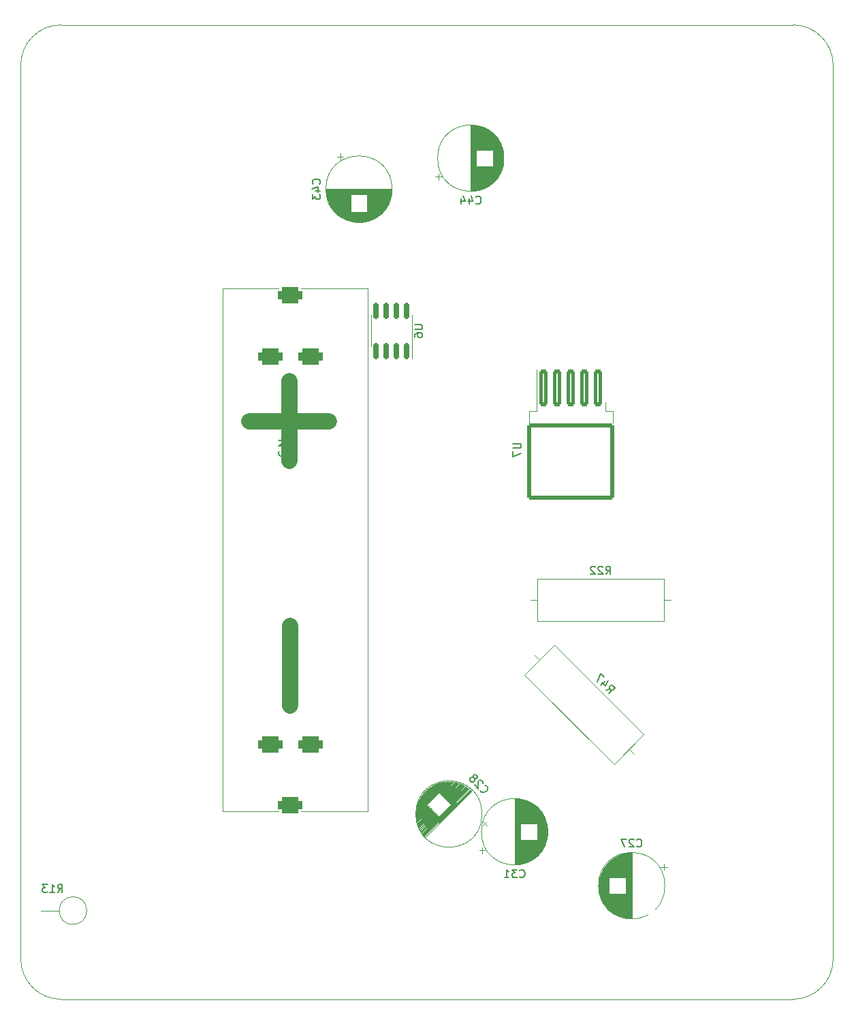
<source format=gbr>
%TF.GenerationSoftware,KiCad,Pcbnew,7.0.8*%
%TF.CreationDate,2023-10-31T22:13:39+02:00*%
%TF.ProjectId,Small_load_V1,536d616c-6c5f-46c6-9f61-645f56312e6b,rev?*%
%TF.SameCoordinates,Original*%
%TF.FileFunction,Legend,Bot*%
%TF.FilePolarity,Positive*%
%FSLAX46Y46*%
G04 Gerber Fmt 4.6, Leading zero omitted, Abs format (unit mm)*
G04 Created by KiCad (PCBNEW 7.0.8) date 2023-10-31 22:13:39*
%MOMM*%
%LPD*%
G01*
G04 APERTURE LIST*
G04 Aperture macros list*
%AMRoundRect*
0 Rectangle with rounded corners*
0 $1 Rounding radius*
0 $2 $3 $4 $5 $6 $7 $8 $9 X,Y pos of 4 corners*
0 Add a 4 corners polygon primitive as box body*
4,1,4,$2,$3,$4,$5,$6,$7,$8,$9,$2,$3,0*
0 Add four circle primitives for the rounded corners*
1,1,$1+$1,$2,$3*
1,1,$1+$1,$4,$5*
1,1,$1+$1,$6,$7*
1,1,$1+$1,$8,$9*
0 Add four rect primitives between the rounded corners*
20,1,$1+$1,$2,$3,$4,$5,0*
20,1,$1+$1,$4,$5,$6,$7,0*
20,1,$1+$1,$6,$7,$8,$9,0*
20,1,$1+$1,$8,$9,$2,$3,0*%
%AMHorizOval*
0 Thick line with rounded ends*
0 $1 width*
0 $2 $3 position (X,Y) of the first rounded end (center of the circle)*
0 $4 $5 position (X,Y) of the second rounded end (center of the circle)*
0 Add line between two ends*
20,1,$1,$2,$3,$4,$5,0*
0 Add two circle primitives to create the rounded ends*
1,1,$1,$2,$3*
1,1,$1,$4,$5*%
%AMRotRect*
0 Rectangle, with rotation*
0 The origin of the aperture is its center*
0 $1 length*
0 $2 width*
0 $3 Rotation angle, in degrees counterclockwise*
0 Add horizontal line*
21,1,$1,$2,0,0,$3*%
G04 Aperture macros list end*
%ADD10C,0.150000*%
%ADD11C,2.000000*%
%ADD12C,0.120000*%
%ADD13R,4.400000X1.800000*%
%ADD14O,4.000000X1.800000*%
%ADD15O,1.800000X4.000000*%
%ADD16R,1.524000X1.524000*%
%ADD17C,1.524000*%
%ADD18C,3.500000*%
%ADD19R,1.700000X1.700000*%
%ADD20O,1.700000X1.700000*%
%ADD21C,3.600000*%
%ADD22C,6.400000*%
%ADD23R,1.980000X3.960000*%
%ADD24O,1.980000X3.960000*%
%ADD25C,2.000000*%
%ADD26C,4.920000*%
%ADD27C,2.200000*%
%ADD28R,2.000000X1.905000*%
%ADD29O,2.000000X1.905000*%
%ADD30C,5.000000*%
%ADD31R,4.500000X2.500000*%
%ADD32O,4.500000X2.500000*%
%ADD33R,1.905000X2.000000*%
%ADD34O,1.905000X2.000000*%
%ADD35R,3.500000X3.000000*%
%ADD36C,0.600000*%
%ADD37O,1.900000X0.800000*%
%ADD38RoundRect,0.150000X0.150000X-0.825000X0.150000X0.825000X-0.150000X0.825000X-0.150000X-0.825000X0*%
%ADD39RoundRect,0.500000X1.000000X0.500000X-1.000000X0.500000X-1.000000X-0.500000X1.000000X-0.500000X0*%
%ADD40RoundRect,0.500000X-1.000000X-0.500000X1.000000X-0.500000X1.000000X0.500000X-1.000000X0.500000X0*%
%ADD41C,2.400000*%
%ADD42HorizOval,2.400000X0.000000X0.000000X0.000000X0.000000X0*%
%ADD43C,1.600000*%
%ADD44O,1.600000X1.600000*%
%ADD45RoundRect,0.250000X-0.300000X2.050000X-0.300000X-2.050000X0.300000X-2.050000X0.300000X2.050000X0*%
%ADD46RoundRect,0.250002X-5.149998X4.449998X-5.149998X-4.449998X5.149998X-4.449998X5.149998X4.449998X0*%
%ADD47RotRect,1.600000X1.600000X135.000000*%
%ADD48O,2.400000X2.400000*%
%ADD49R,1.600000X1.600000*%
%TA.AperFunction,Profile*%
%ADD50C,0.100000*%
%TD*%
G04 APERTURE END LIST*
D10*
X98954819Y-87238095D02*
X99764342Y-87238095D01*
X99764342Y-87238095D02*
X99859580Y-87285714D01*
X99859580Y-87285714D02*
X99907200Y-87333333D01*
X99907200Y-87333333D02*
X99954819Y-87428571D01*
X99954819Y-87428571D02*
X99954819Y-87619047D01*
X99954819Y-87619047D02*
X99907200Y-87714285D01*
X99907200Y-87714285D02*
X99859580Y-87761904D01*
X99859580Y-87761904D02*
X99764342Y-87809523D01*
X99764342Y-87809523D02*
X98954819Y-87809523D01*
X98954819Y-88714285D02*
X98954819Y-88523809D01*
X98954819Y-88523809D02*
X99002438Y-88428571D01*
X99002438Y-88428571D02*
X99050057Y-88380952D01*
X99050057Y-88380952D02*
X99192914Y-88285714D01*
X99192914Y-88285714D02*
X99383390Y-88238095D01*
X99383390Y-88238095D02*
X99764342Y-88238095D01*
X99764342Y-88238095D02*
X99859580Y-88285714D01*
X99859580Y-88285714D02*
X99907200Y-88333333D01*
X99907200Y-88333333D02*
X99954819Y-88428571D01*
X99954819Y-88428571D02*
X99954819Y-88619047D01*
X99954819Y-88619047D02*
X99907200Y-88714285D01*
X99907200Y-88714285D02*
X99859580Y-88761904D01*
X99859580Y-88761904D02*
X99764342Y-88809523D01*
X99764342Y-88809523D02*
X99526247Y-88809523D01*
X99526247Y-88809523D02*
X99431009Y-88761904D01*
X99431009Y-88761904D02*
X99383390Y-88714285D01*
X99383390Y-88714285D02*
X99335771Y-88619047D01*
X99335771Y-88619047D02*
X99335771Y-88428571D01*
X99335771Y-88428571D02*
X99383390Y-88333333D01*
X99383390Y-88333333D02*
X99431009Y-88285714D01*
X99431009Y-88285714D02*
X99526247Y-88238095D01*
X82073819Y-101566476D02*
X82788104Y-101566476D01*
X82788104Y-101566476D02*
X82930961Y-101518857D01*
X82930961Y-101518857D02*
X83026200Y-101423619D01*
X83026200Y-101423619D02*
X83073819Y-101280762D01*
X83073819Y-101280762D02*
X83073819Y-101185524D01*
X83073819Y-102566476D02*
X83073819Y-101995048D01*
X83073819Y-102280762D02*
X82073819Y-102280762D01*
X82073819Y-102280762D02*
X82216676Y-102185524D01*
X82216676Y-102185524D02*
X82311914Y-102090286D01*
X82311914Y-102090286D02*
X82359533Y-101995048D01*
X82169057Y-102947429D02*
X82121438Y-102995048D01*
X82121438Y-102995048D02*
X82073819Y-103090286D01*
X82073819Y-103090286D02*
X82073819Y-103328381D01*
X82073819Y-103328381D02*
X82121438Y-103423619D01*
X82121438Y-103423619D02*
X82169057Y-103471238D01*
X82169057Y-103471238D02*
X82264295Y-103518857D01*
X82264295Y-103518857D02*
X82359533Y-103518857D01*
X82359533Y-103518857D02*
X82502390Y-103471238D01*
X82502390Y-103471238D02*
X83073819Y-102899810D01*
X83073819Y-102899810D02*
X83073819Y-103518857D01*
D11*
X83528666Y-124601619D02*
X83528666Y-134506381D01*
X83401666Y-94248619D02*
X83401666Y-104153381D01*
X88354047Y-99201000D02*
X78449285Y-99201000D01*
D10*
X122742690Y-132616448D02*
X123315109Y-132515433D01*
X123146751Y-133020509D02*
X123853857Y-132313402D01*
X123853857Y-132313402D02*
X123584483Y-132044028D01*
X123584483Y-132044028D02*
X123483468Y-132010356D01*
X123483468Y-132010356D02*
X123416125Y-132010356D01*
X123416125Y-132010356D02*
X123315109Y-132044028D01*
X123315109Y-132044028D02*
X123214094Y-132145043D01*
X123214094Y-132145043D02*
X123180422Y-132246059D01*
X123180422Y-132246059D02*
X123180422Y-132313402D01*
X123180422Y-132313402D02*
X123214094Y-132414417D01*
X123214094Y-132414417D02*
X123483468Y-132683791D01*
X122608003Y-131538952D02*
X122136598Y-132010356D01*
X123045735Y-131437937D02*
X122709018Y-132111372D01*
X122709018Y-132111372D02*
X122271285Y-131673639D01*
X122540659Y-131000204D02*
X122069254Y-130528799D01*
X122069254Y-130528799D02*
X121665193Y-131538952D01*
X54592857Y-157734819D02*
X54926190Y-157258628D01*
X55164285Y-157734819D02*
X55164285Y-156734819D01*
X55164285Y-156734819D02*
X54783333Y-156734819D01*
X54783333Y-156734819D02*
X54688095Y-156782438D01*
X54688095Y-156782438D02*
X54640476Y-156830057D01*
X54640476Y-156830057D02*
X54592857Y-156925295D01*
X54592857Y-156925295D02*
X54592857Y-157068152D01*
X54592857Y-157068152D02*
X54640476Y-157163390D01*
X54640476Y-157163390D02*
X54688095Y-157211009D01*
X54688095Y-157211009D02*
X54783333Y-157258628D01*
X54783333Y-157258628D02*
X55164285Y-157258628D01*
X53640476Y-157734819D02*
X54211904Y-157734819D01*
X53926190Y-157734819D02*
X53926190Y-156734819D01*
X53926190Y-156734819D02*
X54021428Y-156877676D01*
X54021428Y-156877676D02*
X54116666Y-156972914D01*
X54116666Y-156972914D02*
X54211904Y-157020533D01*
X53307142Y-156734819D02*
X52688095Y-156734819D01*
X52688095Y-156734819D02*
X53021428Y-157115771D01*
X53021428Y-157115771D02*
X52878571Y-157115771D01*
X52878571Y-157115771D02*
X52783333Y-157163390D01*
X52783333Y-157163390D02*
X52735714Y-157211009D01*
X52735714Y-157211009D02*
X52688095Y-157306247D01*
X52688095Y-157306247D02*
X52688095Y-157544342D01*
X52688095Y-157544342D02*
X52735714Y-157639580D01*
X52735714Y-157639580D02*
X52783333Y-157687200D01*
X52783333Y-157687200D02*
X52878571Y-157734819D01*
X52878571Y-157734819D02*
X53164285Y-157734819D01*
X53164285Y-157734819D02*
X53259523Y-157687200D01*
X53259523Y-157687200D02*
X53307142Y-157639580D01*
X111204819Y-101988095D02*
X112014342Y-101988095D01*
X112014342Y-101988095D02*
X112109580Y-102035714D01*
X112109580Y-102035714D02*
X112157200Y-102083333D01*
X112157200Y-102083333D02*
X112204819Y-102178571D01*
X112204819Y-102178571D02*
X112204819Y-102369047D01*
X112204819Y-102369047D02*
X112157200Y-102464285D01*
X112157200Y-102464285D02*
X112109580Y-102511904D01*
X112109580Y-102511904D02*
X112014342Y-102559523D01*
X112014342Y-102559523D02*
X111204819Y-102559523D01*
X111204819Y-102940476D02*
X111204819Y-103607142D01*
X111204819Y-103607142D02*
X112204819Y-103178571D01*
X107142577Y-144996520D02*
X107142577Y-145063864D01*
X107142577Y-145063864D02*
X107209921Y-145198551D01*
X107209921Y-145198551D02*
X107277264Y-145265894D01*
X107277264Y-145265894D02*
X107411951Y-145333238D01*
X107411951Y-145333238D02*
X107546638Y-145333238D01*
X107546638Y-145333238D02*
X107647653Y-145299566D01*
X107647653Y-145299566D02*
X107816012Y-145198551D01*
X107816012Y-145198551D02*
X107917027Y-145097536D01*
X107917027Y-145097536D02*
X108018043Y-144929177D01*
X108018043Y-144929177D02*
X108051714Y-144828162D01*
X108051714Y-144828162D02*
X108051714Y-144693475D01*
X108051714Y-144693475D02*
X107984371Y-144558788D01*
X107984371Y-144558788D02*
X107917027Y-144491444D01*
X107917027Y-144491444D02*
X107782340Y-144424101D01*
X107782340Y-144424101D02*
X107714997Y-144424101D01*
X107445623Y-144154727D02*
X107445623Y-144087383D01*
X107445623Y-144087383D02*
X107411951Y-143986368D01*
X107411951Y-143986368D02*
X107243592Y-143818009D01*
X107243592Y-143818009D02*
X107142577Y-143784337D01*
X107142577Y-143784337D02*
X107075234Y-143784337D01*
X107075234Y-143784337D02*
X106974218Y-143818009D01*
X106974218Y-143818009D02*
X106906875Y-143885353D01*
X106906875Y-143885353D02*
X106839531Y-144020040D01*
X106839531Y-144020040D02*
X106839531Y-144828162D01*
X106839531Y-144828162D02*
X106401799Y-144390429D01*
X106401798Y-143582307D02*
X106502814Y-143615978D01*
X106502814Y-143615978D02*
X106570157Y-143615978D01*
X106570157Y-143615978D02*
X106671172Y-143582307D01*
X106671172Y-143582307D02*
X106704844Y-143548635D01*
X106704844Y-143548635D02*
X106738516Y-143447620D01*
X106738516Y-143447620D02*
X106738516Y-143380276D01*
X106738516Y-143380276D02*
X106704844Y-143279261D01*
X106704844Y-143279261D02*
X106570157Y-143144574D01*
X106570157Y-143144574D02*
X106469142Y-143110902D01*
X106469142Y-143110902D02*
X106401798Y-143110902D01*
X106401798Y-143110902D02*
X106300783Y-143144574D01*
X106300783Y-143144574D02*
X106267111Y-143178246D01*
X106267111Y-143178246D02*
X106233440Y-143279261D01*
X106233440Y-143279261D02*
X106233440Y-143346604D01*
X106233440Y-143346604D02*
X106267111Y-143447620D01*
X106267111Y-143447620D02*
X106401798Y-143582307D01*
X106401798Y-143582307D02*
X106435470Y-143683322D01*
X106435470Y-143683322D02*
X106435470Y-143750665D01*
X106435470Y-143750665D02*
X106401798Y-143851681D01*
X106401798Y-143851681D02*
X106267111Y-143986368D01*
X106267111Y-143986368D02*
X106166096Y-144020039D01*
X106166096Y-144020039D02*
X106098753Y-144020039D01*
X106098753Y-144020039D02*
X105997737Y-143986368D01*
X105997737Y-143986368D02*
X105863050Y-143851681D01*
X105863050Y-143851681D02*
X105829379Y-143750665D01*
X105829379Y-143750665D02*
X105829379Y-143683322D01*
X105829379Y-143683322D02*
X105863050Y-143582307D01*
X105863050Y-143582307D02*
X105997737Y-143447620D01*
X105997737Y-143447620D02*
X106098753Y-143413948D01*
X106098753Y-143413948D02*
X106166096Y-143413948D01*
X106166096Y-143413948D02*
X106267111Y-143447620D01*
X122742857Y-118234819D02*
X123076190Y-117758628D01*
X123314285Y-118234819D02*
X123314285Y-117234819D01*
X123314285Y-117234819D02*
X122933333Y-117234819D01*
X122933333Y-117234819D02*
X122838095Y-117282438D01*
X122838095Y-117282438D02*
X122790476Y-117330057D01*
X122790476Y-117330057D02*
X122742857Y-117425295D01*
X122742857Y-117425295D02*
X122742857Y-117568152D01*
X122742857Y-117568152D02*
X122790476Y-117663390D01*
X122790476Y-117663390D02*
X122838095Y-117711009D01*
X122838095Y-117711009D02*
X122933333Y-117758628D01*
X122933333Y-117758628D02*
X123314285Y-117758628D01*
X122361904Y-117330057D02*
X122314285Y-117282438D01*
X122314285Y-117282438D02*
X122219047Y-117234819D01*
X122219047Y-117234819D02*
X121980952Y-117234819D01*
X121980952Y-117234819D02*
X121885714Y-117282438D01*
X121885714Y-117282438D02*
X121838095Y-117330057D01*
X121838095Y-117330057D02*
X121790476Y-117425295D01*
X121790476Y-117425295D02*
X121790476Y-117520533D01*
X121790476Y-117520533D02*
X121838095Y-117663390D01*
X121838095Y-117663390D02*
X122409523Y-118234819D01*
X122409523Y-118234819D02*
X121790476Y-118234819D01*
X121409523Y-117330057D02*
X121361904Y-117282438D01*
X121361904Y-117282438D02*
X121266666Y-117234819D01*
X121266666Y-117234819D02*
X121028571Y-117234819D01*
X121028571Y-117234819D02*
X120933333Y-117282438D01*
X120933333Y-117282438D02*
X120885714Y-117330057D01*
X120885714Y-117330057D02*
X120838095Y-117425295D01*
X120838095Y-117425295D02*
X120838095Y-117520533D01*
X120838095Y-117520533D02*
X120885714Y-117663390D01*
X120885714Y-117663390D02*
X121457142Y-118234819D01*
X121457142Y-118234819D02*
X120838095Y-118234819D01*
X126595508Y-152009580D02*
X126643127Y-152057200D01*
X126643127Y-152057200D02*
X126785984Y-152104819D01*
X126785984Y-152104819D02*
X126881222Y-152104819D01*
X126881222Y-152104819D02*
X127024079Y-152057200D01*
X127024079Y-152057200D02*
X127119317Y-151961961D01*
X127119317Y-151961961D02*
X127166936Y-151866723D01*
X127166936Y-151866723D02*
X127214555Y-151676247D01*
X127214555Y-151676247D02*
X127214555Y-151533390D01*
X127214555Y-151533390D02*
X127166936Y-151342914D01*
X127166936Y-151342914D02*
X127119317Y-151247676D01*
X127119317Y-151247676D02*
X127024079Y-151152438D01*
X127024079Y-151152438D02*
X126881222Y-151104819D01*
X126881222Y-151104819D02*
X126785984Y-151104819D01*
X126785984Y-151104819D02*
X126643127Y-151152438D01*
X126643127Y-151152438D02*
X126595508Y-151200057D01*
X126214555Y-151200057D02*
X126166936Y-151152438D01*
X126166936Y-151152438D02*
X126071698Y-151104819D01*
X126071698Y-151104819D02*
X125833603Y-151104819D01*
X125833603Y-151104819D02*
X125738365Y-151152438D01*
X125738365Y-151152438D02*
X125690746Y-151200057D01*
X125690746Y-151200057D02*
X125643127Y-151295295D01*
X125643127Y-151295295D02*
X125643127Y-151390533D01*
X125643127Y-151390533D02*
X125690746Y-151533390D01*
X125690746Y-151533390D02*
X126262174Y-152104819D01*
X126262174Y-152104819D02*
X125643127Y-152104819D01*
X125309793Y-151104819D02*
X124643127Y-151104819D01*
X124643127Y-151104819D02*
X125071698Y-152104819D01*
X112040206Y-155809580D02*
X112087825Y-155857200D01*
X112087825Y-155857200D02*
X112230682Y-155904819D01*
X112230682Y-155904819D02*
X112325920Y-155904819D01*
X112325920Y-155904819D02*
X112468777Y-155857200D01*
X112468777Y-155857200D02*
X112564015Y-155761961D01*
X112564015Y-155761961D02*
X112611634Y-155666723D01*
X112611634Y-155666723D02*
X112659253Y-155476247D01*
X112659253Y-155476247D02*
X112659253Y-155333390D01*
X112659253Y-155333390D02*
X112611634Y-155142914D01*
X112611634Y-155142914D02*
X112564015Y-155047676D01*
X112564015Y-155047676D02*
X112468777Y-154952438D01*
X112468777Y-154952438D02*
X112325920Y-154904819D01*
X112325920Y-154904819D02*
X112230682Y-154904819D01*
X112230682Y-154904819D02*
X112087825Y-154952438D01*
X112087825Y-154952438D02*
X112040206Y-155000057D01*
X111706872Y-154904819D02*
X111087825Y-154904819D01*
X111087825Y-154904819D02*
X111421158Y-155285771D01*
X111421158Y-155285771D02*
X111278301Y-155285771D01*
X111278301Y-155285771D02*
X111183063Y-155333390D01*
X111183063Y-155333390D02*
X111135444Y-155381009D01*
X111135444Y-155381009D02*
X111087825Y-155476247D01*
X111087825Y-155476247D02*
X111087825Y-155714342D01*
X111087825Y-155714342D02*
X111135444Y-155809580D01*
X111135444Y-155809580D02*
X111183063Y-155857200D01*
X111183063Y-155857200D02*
X111278301Y-155904819D01*
X111278301Y-155904819D02*
X111564015Y-155904819D01*
X111564015Y-155904819D02*
X111659253Y-155857200D01*
X111659253Y-155857200D02*
X111706872Y-155809580D01*
X110135444Y-155904819D02*
X110706872Y-155904819D01*
X110421158Y-155904819D02*
X110421158Y-154904819D01*
X110421158Y-154904819D02*
X110516396Y-155047676D01*
X110516396Y-155047676D02*
X110611634Y-155142914D01*
X110611634Y-155142914D02*
X110706872Y-155190533D01*
X106590206Y-72159580D02*
X106637825Y-72207200D01*
X106637825Y-72207200D02*
X106780682Y-72254819D01*
X106780682Y-72254819D02*
X106875920Y-72254819D01*
X106875920Y-72254819D02*
X107018777Y-72207200D01*
X107018777Y-72207200D02*
X107114015Y-72111961D01*
X107114015Y-72111961D02*
X107161634Y-72016723D01*
X107161634Y-72016723D02*
X107209253Y-71826247D01*
X107209253Y-71826247D02*
X107209253Y-71683390D01*
X107209253Y-71683390D02*
X107161634Y-71492914D01*
X107161634Y-71492914D02*
X107114015Y-71397676D01*
X107114015Y-71397676D02*
X107018777Y-71302438D01*
X107018777Y-71302438D02*
X106875920Y-71254819D01*
X106875920Y-71254819D02*
X106780682Y-71254819D01*
X106780682Y-71254819D02*
X106637825Y-71302438D01*
X106637825Y-71302438D02*
X106590206Y-71350057D01*
X105733063Y-71588152D02*
X105733063Y-72254819D01*
X105971158Y-71207200D02*
X106209253Y-71921485D01*
X106209253Y-71921485D02*
X105590206Y-71921485D01*
X104780682Y-71588152D02*
X104780682Y-72254819D01*
X105018777Y-71207200D02*
X105256872Y-71921485D01*
X105256872Y-71921485D02*
X104637825Y-71921485D01*
X87159580Y-69754491D02*
X87207200Y-69706872D01*
X87207200Y-69706872D02*
X87254819Y-69564015D01*
X87254819Y-69564015D02*
X87254819Y-69468777D01*
X87254819Y-69468777D02*
X87207200Y-69325920D01*
X87207200Y-69325920D02*
X87111961Y-69230682D01*
X87111961Y-69230682D02*
X87016723Y-69183063D01*
X87016723Y-69183063D02*
X86826247Y-69135444D01*
X86826247Y-69135444D02*
X86683390Y-69135444D01*
X86683390Y-69135444D02*
X86492914Y-69183063D01*
X86492914Y-69183063D02*
X86397676Y-69230682D01*
X86397676Y-69230682D02*
X86302438Y-69325920D01*
X86302438Y-69325920D02*
X86254819Y-69468777D01*
X86254819Y-69468777D02*
X86254819Y-69564015D01*
X86254819Y-69564015D02*
X86302438Y-69706872D01*
X86302438Y-69706872D02*
X86350057Y-69754491D01*
X86588152Y-70611634D02*
X87254819Y-70611634D01*
X86207200Y-70373539D02*
X86921485Y-70135444D01*
X86921485Y-70135444D02*
X86921485Y-70754491D01*
X86254819Y-71040206D02*
X86254819Y-71659253D01*
X86254819Y-71659253D02*
X86635771Y-71325920D01*
X86635771Y-71325920D02*
X86635771Y-71468777D01*
X86635771Y-71468777D02*
X86683390Y-71564015D01*
X86683390Y-71564015D02*
X86731009Y-71611634D01*
X86731009Y-71611634D02*
X86826247Y-71659253D01*
X86826247Y-71659253D02*
X87064342Y-71659253D01*
X87064342Y-71659253D02*
X87159580Y-71611634D01*
X87159580Y-71611634D02*
X87207200Y-71564015D01*
X87207200Y-71564015D02*
X87254819Y-71468777D01*
X87254819Y-71468777D02*
X87254819Y-71183063D01*
X87254819Y-71183063D02*
X87207200Y-71087825D01*
X87207200Y-71087825D02*
X87159580Y-71040206D01*
D12*
%TO.C,U6*%
X93540000Y-88000000D02*
X93540000Y-89950000D01*
X93540000Y-88000000D02*
X93540000Y-86050000D01*
X98660000Y-88000000D02*
X98660000Y-91450000D01*
X98660000Y-88000000D02*
X98660000Y-86050000D01*
%TO.C,J12*%
X75112000Y-82703000D02*
X93112000Y-82703000D01*
X93112000Y-82703000D02*
X93112000Y-147703000D01*
X93112000Y-147703000D02*
X75112000Y-147703000D01*
X75112000Y-147703000D02*
X75112000Y-82703000D01*
%TO.C,R47*%
X126215971Y-140565971D02*
X125614930Y-139964930D01*
X123762311Y-141817550D02*
X112632450Y-130687690D01*
X127467550Y-138112311D02*
X123762311Y-141817550D01*
X112632450Y-130687690D02*
X116337690Y-126982450D01*
X116337690Y-126982450D02*
X127467550Y-138112311D01*
X113884029Y-128234029D02*
X114485070Y-128835070D01*
%TO.C,R13*%
X54770000Y-160000000D02*
X52510000Y-160000000D01*
X58210000Y-160000000D02*
G75*
G03*
X58210000Y-160000000I-1720000J0D01*
G01*
%TO.C,U7*%
X123600000Y-97925000D02*
X122650000Y-97925000D01*
X122650000Y-97925000D02*
X122650000Y-96825000D01*
X114150000Y-97925000D02*
X114150000Y-92800000D01*
X113200000Y-97925000D02*
X114150000Y-97925000D01*
X123600000Y-99425000D02*
X123600000Y-97925000D01*
X113200000Y-99425000D02*
X113200000Y-97925000D01*
%TO.C,C28*%
X107985040Y-149481175D02*
X107419354Y-148915490D01*
X107985040Y-148915490D02*
X107419354Y-149481175D01*
X106114956Y-145115004D02*
X100344964Y-150884996D01*
X106086672Y-145086720D02*
X100316680Y-150856712D01*
X106058387Y-145058436D02*
X100288396Y-150828427D01*
X106029396Y-145030859D02*
X100260819Y-150799436D01*
X105999697Y-145003989D02*
X100233949Y-150769737D01*
X105970706Y-144976412D02*
X100206372Y-150740746D01*
X105941008Y-144949541D02*
X100179501Y-150711048D01*
X105910602Y-144923379D02*
X100153339Y-150680642D01*
X105880196Y-144897216D02*
X100127176Y-150650236D01*
X105849791Y-144871053D02*
X100101013Y-150619831D01*
X105818678Y-144845597D02*
X100075557Y-150588718D01*
X105787565Y-144820141D02*
X100050101Y-150557605D01*
X105755746Y-144795392D02*
X100025352Y-150525786D01*
X105724633Y-144769936D02*
X99999896Y-150494673D01*
X105692106Y-144745895D02*
X99975855Y-150462146D01*
X105660286Y-144721146D02*
X99951106Y-150430326D01*
X105627052Y-144697811D02*
X99927771Y-150397092D01*
X105594525Y-144673770D02*
X99903730Y-150364565D01*
X101984745Y-148225567D02*
X99879688Y-150330624D01*
X105560584Y-144649728D02*
X103455527Y-146754785D01*
X101956461Y-148197283D02*
X99856354Y-150297390D01*
X105527350Y-144626394D02*
X103427243Y-146726501D01*
X101928177Y-148168999D02*
X99833726Y-150263449D01*
X105493409Y-144603766D02*
X103398959Y-146698217D01*
X101899892Y-148140714D02*
X99811099Y-150229508D01*
X105459468Y-144581139D02*
X103370674Y-146669932D01*
X101871608Y-148112430D02*
X99789179Y-150194860D01*
X105424820Y-144559219D02*
X103342390Y-146641648D01*
X101843324Y-148084146D02*
X99767258Y-150160211D01*
X105390171Y-144537298D02*
X103314106Y-146613364D01*
X101815039Y-148055862D02*
X99745338Y-150125563D01*
X105355523Y-144515378D02*
X103285822Y-146585079D01*
X101786755Y-148027577D02*
X99724125Y-150090208D01*
X105320168Y-144494165D02*
X103257537Y-146556795D01*
X101758471Y-147999293D02*
X99702912Y-150054852D01*
X105284812Y-144472952D02*
X103229253Y-146528511D01*
X101730187Y-147971009D02*
X99682405Y-150018790D01*
X105248750Y-144452445D02*
X103200969Y-146500227D01*
X101701902Y-147942724D02*
X99661899Y-149982728D01*
X105212688Y-144431939D02*
X103172684Y-146471942D01*
X101673618Y-147914440D02*
X99641393Y-149946665D01*
X105176625Y-144411433D02*
X103144400Y-146443658D01*
X101645334Y-147886156D02*
X99621594Y-149909896D01*
X105139856Y-144391634D02*
X103116116Y-146415374D01*
X101617050Y-147857872D02*
X99602502Y-149872419D01*
X105102379Y-144372542D02*
X103087832Y-146387090D01*
X101588765Y-147829587D02*
X99582703Y-149835649D01*
X105065609Y-144352743D02*
X103059547Y-146358805D01*
X101560481Y-147801303D02*
X99564319Y-149797466D01*
X105027426Y-144334359D02*
X103031263Y-146330521D01*
X101532197Y-147773019D02*
X99545227Y-149759989D01*
X104989949Y-144315267D02*
X103002979Y-146302237D01*
X101503912Y-147744735D02*
X99527549Y-149721098D01*
X104951058Y-144297589D02*
X102974695Y-146273952D01*
X101475628Y-147716450D02*
X99509164Y-149682914D01*
X104912874Y-144279204D02*
X102946410Y-146245668D01*
X101447344Y-147688166D02*
X99492194Y-149643316D01*
X104873276Y-144262234D02*
X102918126Y-146217384D01*
X101419060Y-147659882D02*
X99474516Y-149604425D01*
X104834385Y-144244556D02*
X102889842Y-146189100D01*
X101390775Y-147631597D02*
X99457545Y-149564827D01*
X104794787Y-144227585D02*
X102861557Y-146160815D01*
X101362491Y-147603313D02*
X99441282Y-149524522D01*
X104754482Y-144211322D02*
X102833273Y-146132531D01*
X101334207Y-147575029D02*
X99425019Y-149484217D01*
X104714177Y-144195059D02*
X102804989Y-146104247D01*
X101305923Y-147546745D02*
X99409462Y-149443205D01*
X104673165Y-144179502D02*
X102776705Y-146075963D01*
X101277638Y-147518460D02*
X99393906Y-149402193D01*
X104632153Y-144163946D02*
X102748420Y-146047678D01*
X101249354Y-147490176D02*
X99378349Y-149361181D01*
X104591141Y-144148389D02*
X102720136Y-146019394D01*
X101221070Y-147461892D02*
X99364207Y-149318754D01*
X104548714Y-144134247D02*
X102691852Y-145991110D01*
X101192785Y-147433608D02*
X99349358Y-149277035D01*
X104506995Y-144119398D02*
X102663568Y-145962825D01*
X101164501Y-147405323D02*
X99335216Y-149234609D01*
X104464569Y-144105256D02*
X102635283Y-145934541D01*
X101136217Y-147377039D02*
X99321781Y-149191475D01*
X104421435Y-144091821D02*
X102606999Y-145906257D01*
X101107933Y-147348755D02*
X99309053Y-149147634D01*
X104377594Y-144079093D02*
X102578715Y-145877973D01*
X101079648Y-147320471D02*
X99296325Y-149103794D01*
X104333754Y-144066365D02*
X102550431Y-145849688D01*
X101051364Y-147292186D02*
X99283597Y-149059953D01*
X104289913Y-144053637D02*
X102522146Y-145821404D01*
X101023080Y-147263902D02*
X99271576Y-149015405D01*
X104245365Y-144041616D02*
X102493862Y-145793120D01*
X100994796Y-147235618D02*
X99260263Y-148970151D01*
X104200111Y-144030303D02*
X102465578Y-145764836D01*
X100966511Y-147207333D02*
X99248949Y-148924896D01*
X104154856Y-144018989D02*
X102437293Y-145736551D01*
X100938227Y-147179049D02*
X99238342Y-148878934D01*
X104108894Y-144008382D02*
X102409009Y-145708267D01*
X100909943Y-147150765D02*
X99228443Y-148832265D01*
X104062225Y-143998483D02*
X102380725Y-145679983D01*
X100881659Y-147122481D02*
X99218543Y-148785596D01*
X104015556Y-143988583D02*
X102352441Y-145651699D01*
X100853374Y-147094196D02*
X99209351Y-148738220D01*
X103968180Y-143979391D02*
X102324156Y-145623414D01*
X100825090Y-147065912D02*
X99200159Y-148690843D01*
X103920803Y-143970199D02*
X102295872Y-145595130D01*
X100796806Y-147037628D02*
X99192380Y-148642053D01*
X103872013Y-143962420D02*
X102267588Y-145566846D01*
X100768521Y-147009344D02*
X99184602Y-148593263D01*
X103823223Y-143954642D02*
X102239304Y-145538561D01*
X100740237Y-146981059D02*
X99177531Y-148543765D01*
X103773725Y-143947571D02*
X102211019Y-145510277D01*
X100711953Y-146952775D02*
X99170460Y-148494268D01*
X103724228Y-143940500D02*
X102182735Y-145481993D01*
X100683669Y-146924491D02*
X99164096Y-148444063D01*
X103674023Y-143934136D02*
X102154451Y-145453709D01*
X100655384Y-146896206D02*
X99159146Y-148392444D01*
X103622404Y-143929186D02*
X102126166Y-145425424D01*
X100627100Y-146867922D02*
X99153490Y-148341533D01*
X103571493Y-143923530D02*
X102097882Y-145397140D01*
X100598816Y-146839638D02*
X99149247Y-148289207D01*
X103519167Y-143919287D02*
X102069598Y-145368856D01*
X100570532Y-146811354D02*
X99145711Y-148236174D01*
X103466134Y-143915751D02*
X102041314Y-145340572D01*
X100542247Y-146783069D02*
X99142883Y-148182434D01*
X103412394Y-143912923D02*
X102013029Y-145312287D01*
X103358654Y-143910095D02*
X99140055Y-148128694D01*
X103303499Y-143908680D02*
X99138640Y-148073539D01*
X103248345Y-143907266D02*
X99137226Y-148018385D01*
X103191776Y-143907266D02*
X99137226Y-147961816D01*
X103134501Y-143907973D02*
X99137933Y-147904541D01*
X103076518Y-143909387D02*
X99139347Y-147846558D01*
X103017828Y-143911509D02*
X99141469Y-147787868D01*
X102958431Y-143914337D02*
X99144297Y-147728471D01*
X102897620Y-143918580D02*
X99148540Y-147667660D01*
X102836102Y-143923530D02*
X99153490Y-147606142D01*
X102773876Y-143929186D02*
X99159146Y-147543916D01*
X102709530Y-143936965D02*
X99166925Y-147479570D01*
X102645183Y-143944743D02*
X99174703Y-147415223D01*
X102578715Y-143954642D02*
X99184602Y-147348755D01*
X102511540Y-143965249D02*
X99195209Y-147281580D01*
X102442243Y-143977977D02*
X99207937Y-147212283D01*
X102372240Y-143991412D02*
X99221372Y-147142280D01*
X102300115Y-144006968D02*
X99236928Y-147070155D01*
X102226576Y-144023939D02*
X99253899Y-146996616D01*
X102150208Y-144043738D02*
X99273698Y-146920248D01*
X102072426Y-144064951D02*
X99294911Y-146842466D01*
X101991816Y-144088993D02*
X99318953Y-146761856D01*
X101909085Y-144115155D02*
X99345115Y-146679125D01*
X101822818Y-144144854D02*
X99374814Y-146592858D01*
X101733722Y-144177381D02*
X99407341Y-146503762D01*
X101639677Y-144214858D02*
X99444818Y-146409717D01*
X101541389Y-144256577D02*
X99486537Y-146311429D01*
X101437444Y-144303953D02*
X99533913Y-146207484D01*
X101326429Y-144358400D02*
X99588360Y-146096469D01*
X101205513Y-144422747D02*
X99652707Y-145975553D01*
X101071163Y-144500529D02*
X99730489Y-145841203D01*
X100915600Y-144599524D02*
X99829484Y-145685640D01*
X100721145Y-144737409D02*
X99967369Y-145491185D01*
X107349960Y-148000000D02*
G75*
G03*
X107349960Y-148000000I-4120000J0D01*
G01*
%TO.C,R22*%
X130820000Y-121400000D02*
X129970000Y-121400000D01*
X129970000Y-124020000D02*
X114230000Y-124020000D01*
X129970000Y-118780000D02*
X129970000Y-124020000D01*
X114230000Y-124020000D02*
X114230000Y-118780000D01*
X114230000Y-118780000D02*
X129970000Y-118780000D01*
X113380000Y-121400000D02*
X114230000Y-121400000D01*
%TO.C,C27*%
X130362349Y-154585000D02*
X129562349Y-154585000D01*
X129962349Y-154185000D02*
X129962349Y-154985000D01*
X125952651Y-152820000D02*
X125952651Y-160980000D01*
X125912651Y-152820000D02*
X125912651Y-160980000D01*
X125872651Y-152820000D02*
X125872651Y-160980000D01*
X125832651Y-152821000D02*
X125832651Y-160979000D01*
X125792651Y-152823000D02*
X125792651Y-160977000D01*
X125752651Y-152824000D02*
X125752651Y-160976000D01*
X125712651Y-152826000D02*
X125712651Y-160974000D01*
X125672651Y-152829000D02*
X125672651Y-160971000D01*
X125632651Y-152832000D02*
X125632651Y-160968000D01*
X125592651Y-152835000D02*
X125592651Y-160965000D01*
X125552651Y-152839000D02*
X125552651Y-160961000D01*
X125512651Y-152843000D02*
X125512651Y-160957000D01*
X125472651Y-152848000D02*
X125472651Y-160952000D01*
X125432651Y-152852000D02*
X125432651Y-160948000D01*
X125392651Y-152858000D02*
X125392651Y-160942000D01*
X125352651Y-152863000D02*
X125352651Y-160937000D01*
X125312651Y-152870000D02*
X125312651Y-160930000D01*
X125272651Y-152876000D02*
X125272651Y-160924000D01*
X125231651Y-157940000D02*
X125231651Y-160917000D01*
X125231651Y-152883000D02*
X125231651Y-155860000D01*
X125191651Y-157940000D02*
X125191651Y-160910000D01*
X125191651Y-152890000D02*
X125191651Y-155860000D01*
X125151651Y-157940000D02*
X125151651Y-160902000D01*
X125151651Y-152898000D02*
X125151651Y-155860000D01*
X125111651Y-157940000D02*
X125111651Y-160894000D01*
X125111651Y-152906000D02*
X125111651Y-155860000D01*
X125071651Y-157940000D02*
X125071651Y-160885000D01*
X125071651Y-152915000D02*
X125071651Y-155860000D01*
X125031651Y-157940000D02*
X125031651Y-160876000D01*
X125031651Y-152924000D02*
X125031651Y-155860000D01*
X124991651Y-157940000D02*
X124991651Y-160867000D01*
X124991651Y-152933000D02*
X124991651Y-155860000D01*
X124951651Y-157940000D02*
X124951651Y-160857000D01*
X124951651Y-152943000D02*
X124951651Y-155860000D01*
X124911651Y-157940000D02*
X124911651Y-160847000D01*
X124911651Y-152953000D02*
X124911651Y-155860000D01*
X124871651Y-157940000D02*
X124871651Y-160836000D01*
X124871651Y-152964000D02*
X124871651Y-155860000D01*
X124831651Y-157940000D02*
X124831651Y-160825000D01*
X124831651Y-152975000D02*
X124831651Y-155860000D01*
X124791651Y-157940000D02*
X124791651Y-160814000D01*
X124791651Y-152986000D02*
X124791651Y-155860000D01*
X124751651Y-157940000D02*
X124751651Y-160802000D01*
X124751651Y-152998000D02*
X124751651Y-155860000D01*
X124711651Y-157940000D02*
X124711651Y-160789000D01*
X124711651Y-153011000D02*
X124711651Y-155860000D01*
X124671651Y-157940000D02*
X124671651Y-160777000D01*
X124671651Y-153023000D02*
X124671651Y-155860000D01*
X124631651Y-157940000D02*
X124631651Y-160763000D01*
X124631651Y-153037000D02*
X124631651Y-155860000D01*
X124591651Y-157940000D02*
X124591651Y-160750000D01*
X124591651Y-153050000D02*
X124591651Y-155860000D01*
X124551651Y-157940000D02*
X124551651Y-160735000D01*
X124551651Y-153065000D02*
X124551651Y-155860000D01*
X124511651Y-157940000D02*
X124511651Y-160721000D01*
X124511651Y-153079000D02*
X124511651Y-155860000D01*
X124471651Y-157940000D02*
X124471651Y-160705000D01*
X124471651Y-153095000D02*
X124471651Y-155860000D01*
X124431651Y-157940000D02*
X124431651Y-160690000D01*
X124431651Y-153110000D02*
X124431651Y-155860000D01*
X124391651Y-157940000D02*
X124391651Y-160674000D01*
X124391651Y-153126000D02*
X124391651Y-155860000D01*
X124351651Y-157940000D02*
X124351651Y-160657000D01*
X124351651Y-153143000D02*
X124351651Y-155860000D01*
X124311651Y-157940000D02*
X124311651Y-160640000D01*
X124311651Y-153160000D02*
X124311651Y-155860000D01*
X124271651Y-157940000D02*
X124271651Y-160622000D01*
X124271651Y-153178000D02*
X124271651Y-155860000D01*
X124231651Y-157940000D02*
X124231651Y-160604000D01*
X124231651Y-153196000D02*
X124231651Y-155860000D01*
X124191651Y-157940000D02*
X124191651Y-160586000D01*
X124191651Y-153214000D02*
X124191651Y-155860000D01*
X124151651Y-157940000D02*
X124151651Y-160566000D01*
X124151651Y-153234000D02*
X124151651Y-155860000D01*
X124111651Y-157940000D02*
X124111651Y-160547000D01*
X124111651Y-153253000D02*
X124111651Y-155860000D01*
X124071651Y-157940000D02*
X124071651Y-160527000D01*
X124071651Y-153273000D02*
X124071651Y-155860000D01*
X124031651Y-157940000D02*
X124031651Y-160506000D01*
X124031651Y-153294000D02*
X124031651Y-155860000D01*
X123991651Y-157940000D02*
X123991651Y-160484000D01*
X123991651Y-153316000D02*
X123991651Y-155860000D01*
X123951651Y-157940000D02*
X123951651Y-160462000D01*
X123951651Y-153338000D02*
X123951651Y-155860000D01*
X123911651Y-157940000D02*
X123911651Y-160440000D01*
X123911651Y-153360000D02*
X123911651Y-155860000D01*
X123871651Y-157940000D02*
X123871651Y-160417000D01*
X123871651Y-153383000D02*
X123871651Y-155860000D01*
X123831651Y-157940000D02*
X123831651Y-160393000D01*
X123831651Y-153407000D02*
X123831651Y-155860000D01*
X123791651Y-157940000D02*
X123791651Y-160369000D01*
X123791651Y-153431000D02*
X123791651Y-155860000D01*
X123751651Y-157940000D02*
X123751651Y-160344000D01*
X123751651Y-153456000D02*
X123751651Y-155860000D01*
X123711651Y-157940000D02*
X123711651Y-160318000D01*
X123711651Y-153482000D02*
X123711651Y-155860000D01*
X123671651Y-157940000D02*
X123671651Y-160292000D01*
X123671651Y-153508000D02*
X123671651Y-155860000D01*
X123631651Y-157940000D02*
X123631651Y-160265000D01*
X123631651Y-153535000D02*
X123631651Y-155860000D01*
X123591651Y-157940000D02*
X123591651Y-160238000D01*
X123591651Y-153562000D02*
X123591651Y-155860000D01*
X123551651Y-157940000D02*
X123551651Y-160209000D01*
X123551651Y-153591000D02*
X123551651Y-155860000D01*
X123511651Y-157940000D02*
X123511651Y-160180000D01*
X123511651Y-153620000D02*
X123511651Y-155860000D01*
X123471651Y-157940000D02*
X123471651Y-160150000D01*
X123471651Y-153650000D02*
X123471651Y-155860000D01*
X123431651Y-157940000D02*
X123431651Y-160120000D01*
X123431651Y-153680000D02*
X123431651Y-155860000D01*
X123391651Y-157940000D02*
X123391651Y-160089000D01*
X123391651Y-153711000D02*
X123391651Y-155860000D01*
X123351651Y-157940000D02*
X123351651Y-160056000D01*
X123351651Y-153744000D02*
X123351651Y-155860000D01*
X123311651Y-157940000D02*
X123311651Y-160024000D01*
X123311651Y-153776000D02*
X123311651Y-155860000D01*
X123271651Y-157940000D02*
X123271651Y-159990000D01*
X123271651Y-153810000D02*
X123271651Y-155860000D01*
X123231651Y-157940000D02*
X123231651Y-159955000D01*
X123231651Y-153845000D02*
X123231651Y-155860000D01*
X123191651Y-157940000D02*
X123191651Y-159919000D01*
X123191651Y-153881000D02*
X123191651Y-155860000D01*
X123151651Y-153917000D02*
X123151651Y-159883000D01*
X123111651Y-153955000D02*
X123111651Y-159845000D01*
X123071651Y-153993000D02*
X123071651Y-159807000D01*
X123031651Y-154033000D02*
X123031651Y-159767000D01*
X122991651Y-154074000D02*
X122991651Y-159726000D01*
X122951651Y-154116000D02*
X122951651Y-159684000D01*
X122911651Y-154159000D02*
X122911651Y-159641000D01*
X122871651Y-154203000D02*
X122871651Y-159597000D01*
X122831651Y-154249000D02*
X122831651Y-159551000D01*
X122791651Y-154296000D02*
X122791651Y-159504000D01*
X122751651Y-154344000D02*
X122751651Y-159456000D01*
X122711651Y-154395000D02*
X122711651Y-159405000D01*
X122671651Y-154446000D02*
X122671651Y-159354000D01*
X122631651Y-154500000D02*
X122631651Y-159300000D01*
X122591651Y-154555000D02*
X122591651Y-159245000D01*
X122551651Y-154613000D02*
X122551651Y-159187000D01*
X122511651Y-154672000D02*
X122511651Y-159128000D01*
X122471651Y-154734000D02*
X122471651Y-159066000D01*
X122431651Y-154798000D02*
X122431651Y-159002000D01*
X122391651Y-154866000D02*
X122391651Y-158934000D01*
X122351651Y-154936000D02*
X122351651Y-158864000D01*
X122311651Y-155010000D02*
X122311651Y-158790000D01*
X122271651Y-155087000D02*
X122271651Y-158713000D01*
X122231651Y-155169000D02*
X122231651Y-158631000D01*
X122191651Y-155255000D02*
X122191651Y-158545000D01*
X122151651Y-155348000D02*
X122151651Y-158452000D01*
X122111651Y-155447000D02*
X122111651Y-158353000D01*
X122071651Y-155554000D02*
X122071651Y-158246000D01*
X122031651Y-155671000D02*
X122031651Y-158129000D01*
X121991651Y-155802000D02*
X121991651Y-157998000D01*
X121951651Y-155952000D02*
X121951651Y-157848000D01*
X121911651Y-156132000D02*
X121911651Y-157668000D01*
X121871651Y-156367000D02*
X121871651Y-157433000D01*
X130072651Y-156900000D02*
G75*
G03*
X130072651Y-156900000I-4120000J0D01*
G01*
%TO.C,C31*%
X106987651Y-152515000D02*
X107787651Y-152515000D01*
X107387651Y-152915000D02*
X107387651Y-152115000D01*
X111397349Y-154280000D02*
X111397349Y-146120000D01*
X111437349Y-154280000D02*
X111437349Y-146120000D01*
X111477349Y-154280000D02*
X111477349Y-146120000D01*
X111517349Y-154279000D02*
X111517349Y-146121000D01*
X111557349Y-154277000D02*
X111557349Y-146123000D01*
X111597349Y-154276000D02*
X111597349Y-146124000D01*
X111637349Y-154274000D02*
X111637349Y-146126000D01*
X111677349Y-154271000D02*
X111677349Y-146129000D01*
X111717349Y-154268000D02*
X111717349Y-146132000D01*
X111757349Y-154265000D02*
X111757349Y-146135000D01*
X111797349Y-154261000D02*
X111797349Y-146139000D01*
X111837349Y-154257000D02*
X111837349Y-146143000D01*
X111877349Y-154252000D02*
X111877349Y-146148000D01*
X111917349Y-154248000D02*
X111917349Y-146152000D01*
X111957349Y-154242000D02*
X111957349Y-146158000D01*
X111997349Y-154237000D02*
X111997349Y-146163000D01*
X112037349Y-154230000D02*
X112037349Y-146170000D01*
X112077349Y-154224000D02*
X112077349Y-146176000D01*
X112118349Y-149160000D02*
X112118349Y-146183000D01*
X112118349Y-154217000D02*
X112118349Y-151240000D01*
X112158349Y-149160000D02*
X112158349Y-146190000D01*
X112158349Y-154210000D02*
X112158349Y-151240000D01*
X112198349Y-149160000D02*
X112198349Y-146198000D01*
X112198349Y-154202000D02*
X112198349Y-151240000D01*
X112238349Y-149160000D02*
X112238349Y-146206000D01*
X112238349Y-154194000D02*
X112238349Y-151240000D01*
X112278349Y-149160000D02*
X112278349Y-146215000D01*
X112278349Y-154185000D02*
X112278349Y-151240000D01*
X112318349Y-149160000D02*
X112318349Y-146224000D01*
X112318349Y-154176000D02*
X112318349Y-151240000D01*
X112358349Y-149160000D02*
X112358349Y-146233000D01*
X112358349Y-154167000D02*
X112358349Y-151240000D01*
X112398349Y-149160000D02*
X112398349Y-146243000D01*
X112398349Y-154157000D02*
X112398349Y-151240000D01*
X112438349Y-149160000D02*
X112438349Y-146253000D01*
X112438349Y-154147000D02*
X112438349Y-151240000D01*
X112478349Y-149160000D02*
X112478349Y-146264000D01*
X112478349Y-154136000D02*
X112478349Y-151240000D01*
X112518349Y-149160000D02*
X112518349Y-146275000D01*
X112518349Y-154125000D02*
X112518349Y-151240000D01*
X112558349Y-149160000D02*
X112558349Y-146286000D01*
X112558349Y-154114000D02*
X112558349Y-151240000D01*
X112598349Y-149160000D02*
X112598349Y-146298000D01*
X112598349Y-154102000D02*
X112598349Y-151240000D01*
X112638349Y-149160000D02*
X112638349Y-146311000D01*
X112638349Y-154089000D02*
X112638349Y-151240000D01*
X112678349Y-149160000D02*
X112678349Y-146323000D01*
X112678349Y-154077000D02*
X112678349Y-151240000D01*
X112718349Y-149160000D02*
X112718349Y-146337000D01*
X112718349Y-154063000D02*
X112718349Y-151240000D01*
X112758349Y-149160000D02*
X112758349Y-146350000D01*
X112758349Y-154050000D02*
X112758349Y-151240000D01*
X112798349Y-149160000D02*
X112798349Y-146365000D01*
X112798349Y-154035000D02*
X112798349Y-151240000D01*
X112838349Y-149160000D02*
X112838349Y-146379000D01*
X112838349Y-154021000D02*
X112838349Y-151240000D01*
X112878349Y-149160000D02*
X112878349Y-146395000D01*
X112878349Y-154005000D02*
X112878349Y-151240000D01*
X112918349Y-149160000D02*
X112918349Y-146410000D01*
X112918349Y-153990000D02*
X112918349Y-151240000D01*
X112958349Y-149160000D02*
X112958349Y-146426000D01*
X112958349Y-153974000D02*
X112958349Y-151240000D01*
X112998349Y-149160000D02*
X112998349Y-146443000D01*
X112998349Y-153957000D02*
X112998349Y-151240000D01*
X113038349Y-149160000D02*
X113038349Y-146460000D01*
X113038349Y-153940000D02*
X113038349Y-151240000D01*
X113078349Y-149160000D02*
X113078349Y-146478000D01*
X113078349Y-153922000D02*
X113078349Y-151240000D01*
X113118349Y-149160000D02*
X113118349Y-146496000D01*
X113118349Y-153904000D02*
X113118349Y-151240000D01*
X113158349Y-149160000D02*
X113158349Y-146514000D01*
X113158349Y-153886000D02*
X113158349Y-151240000D01*
X113198349Y-149160000D02*
X113198349Y-146534000D01*
X113198349Y-153866000D02*
X113198349Y-151240000D01*
X113238349Y-149160000D02*
X113238349Y-146553000D01*
X113238349Y-153847000D02*
X113238349Y-151240000D01*
X113278349Y-149160000D02*
X113278349Y-146573000D01*
X113278349Y-153827000D02*
X113278349Y-151240000D01*
X113318349Y-149160000D02*
X113318349Y-146594000D01*
X113318349Y-153806000D02*
X113318349Y-151240000D01*
X113358349Y-149160000D02*
X113358349Y-146616000D01*
X113358349Y-153784000D02*
X113358349Y-151240000D01*
X113398349Y-149160000D02*
X113398349Y-146638000D01*
X113398349Y-153762000D02*
X113398349Y-151240000D01*
X113438349Y-149160000D02*
X113438349Y-146660000D01*
X113438349Y-153740000D02*
X113438349Y-151240000D01*
X113478349Y-149160000D02*
X113478349Y-146683000D01*
X113478349Y-153717000D02*
X113478349Y-151240000D01*
X113518349Y-149160000D02*
X113518349Y-146707000D01*
X113518349Y-153693000D02*
X113518349Y-151240000D01*
X113558349Y-149160000D02*
X113558349Y-146731000D01*
X113558349Y-153669000D02*
X113558349Y-151240000D01*
X113598349Y-149160000D02*
X113598349Y-146756000D01*
X113598349Y-153644000D02*
X113598349Y-151240000D01*
X113638349Y-149160000D02*
X113638349Y-146782000D01*
X113638349Y-153618000D02*
X113638349Y-151240000D01*
X113678349Y-149160000D02*
X113678349Y-146808000D01*
X113678349Y-153592000D02*
X113678349Y-151240000D01*
X113718349Y-149160000D02*
X113718349Y-146835000D01*
X113718349Y-153565000D02*
X113718349Y-151240000D01*
X113758349Y-149160000D02*
X113758349Y-146862000D01*
X113758349Y-153538000D02*
X113758349Y-151240000D01*
X113798349Y-149160000D02*
X113798349Y-146891000D01*
X113798349Y-153509000D02*
X113798349Y-151240000D01*
X113838349Y-149160000D02*
X113838349Y-146920000D01*
X113838349Y-153480000D02*
X113838349Y-151240000D01*
X113878349Y-149160000D02*
X113878349Y-146950000D01*
X113878349Y-153450000D02*
X113878349Y-151240000D01*
X113918349Y-149160000D02*
X113918349Y-146980000D01*
X113918349Y-153420000D02*
X113918349Y-151240000D01*
X113958349Y-149160000D02*
X113958349Y-147011000D01*
X113958349Y-153389000D02*
X113958349Y-151240000D01*
X113998349Y-149160000D02*
X113998349Y-147044000D01*
X113998349Y-153356000D02*
X113998349Y-151240000D01*
X114038349Y-149160000D02*
X114038349Y-147076000D01*
X114038349Y-153324000D02*
X114038349Y-151240000D01*
X114078349Y-149160000D02*
X114078349Y-147110000D01*
X114078349Y-153290000D02*
X114078349Y-151240000D01*
X114118349Y-149160000D02*
X114118349Y-147145000D01*
X114118349Y-153255000D02*
X114118349Y-151240000D01*
X114158349Y-149160000D02*
X114158349Y-147181000D01*
X114158349Y-153219000D02*
X114158349Y-151240000D01*
X114198349Y-153183000D02*
X114198349Y-147217000D01*
X114238349Y-153145000D02*
X114238349Y-147255000D01*
X114278349Y-153107000D02*
X114278349Y-147293000D01*
X114318349Y-153067000D02*
X114318349Y-147333000D01*
X114358349Y-153026000D02*
X114358349Y-147374000D01*
X114398349Y-152984000D02*
X114398349Y-147416000D01*
X114438349Y-152941000D02*
X114438349Y-147459000D01*
X114478349Y-152897000D02*
X114478349Y-147503000D01*
X114518349Y-152851000D02*
X114518349Y-147549000D01*
X114558349Y-152804000D02*
X114558349Y-147596000D01*
X114598349Y-152756000D02*
X114598349Y-147644000D01*
X114638349Y-152705000D02*
X114638349Y-147695000D01*
X114678349Y-152654000D02*
X114678349Y-147746000D01*
X114718349Y-152600000D02*
X114718349Y-147800000D01*
X114758349Y-152545000D02*
X114758349Y-147855000D01*
X114798349Y-152487000D02*
X114798349Y-147913000D01*
X114838349Y-152428000D02*
X114838349Y-147972000D01*
X114878349Y-152366000D02*
X114878349Y-148034000D01*
X114918349Y-152302000D02*
X114918349Y-148098000D01*
X114958349Y-152234000D02*
X114958349Y-148166000D01*
X114998349Y-152164000D02*
X114998349Y-148236000D01*
X115038349Y-152090000D02*
X115038349Y-148310000D01*
X115078349Y-152013000D02*
X115078349Y-148387000D01*
X115118349Y-151931000D02*
X115118349Y-148469000D01*
X115158349Y-151845000D02*
X115158349Y-148555000D01*
X115198349Y-151752000D02*
X115198349Y-148648000D01*
X115238349Y-151653000D02*
X115238349Y-148747000D01*
X115278349Y-151546000D02*
X115278349Y-148854000D01*
X115318349Y-151429000D02*
X115318349Y-148971000D01*
X115358349Y-151298000D02*
X115358349Y-149102000D01*
X115398349Y-151148000D02*
X115398349Y-149252000D01*
X115438349Y-150968000D02*
X115438349Y-149432000D01*
X115478349Y-150733000D02*
X115478349Y-149667000D01*
X115517349Y-150200000D02*
G75*
G03*
X115517349Y-150200000I-4120000J0D01*
G01*
%TO.C,C44*%
X101537651Y-68865000D02*
X102337651Y-68865000D01*
X101937651Y-69265000D02*
X101937651Y-68465000D01*
X105947349Y-70630000D02*
X105947349Y-62470000D01*
X105987349Y-70630000D02*
X105987349Y-62470000D01*
X106027349Y-70630000D02*
X106027349Y-62470000D01*
X106067349Y-70629000D02*
X106067349Y-62471000D01*
X106107349Y-70627000D02*
X106107349Y-62473000D01*
X106147349Y-70626000D02*
X106147349Y-62474000D01*
X106187349Y-70624000D02*
X106187349Y-62476000D01*
X106227349Y-70621000D02*
X106227349Y-62479000D01*
X106267349Y-70618000D02*
X106267349Y-62482000D01*
X106307349Y-70615000D02*
X106307349Y-62485000D01*
X106347349Y-70611000D02*
X106347349Y-62489000D01*
X106387349Y-70607000D02*
X106387349Y-62493000D01*
X106427349Y-70602000D02*
X106427349Y-62498000D01*
X106467349Y-70598000D02*
X106467349Y-62502000D01*
X106507349Y-70592000D02*
X106507349Y-62508000D01*
X106547349Y-70587000D02*
X106547349Y-62513000D01*
X106587349Y-70580000D02*
X106587349Y-62520000D01*
X106627349Y-70574000D02*
X106627349Y-62526000D01*
X106668349Y-65510000D02*
X106668349Y-62533000D01*
X106668349Y-70567000D02*
X106668349Y-67590000D01*
X106708349Y-65510000D02*
X106708349Y-62540000D01*
X106708349Y-70560000D02*
X106708349Y-67590000D01*
X106748349Y-65510000D02*
X106748349Y-62548000D01*
X106748349Y-70552000D02*
X106748349Y-67590000D01*
X106788349Y-65510000D02*
X106788349Y-62556000D01*
X106788349Y-70544000D02*
X106788349Y-67590000D01*
X106828349Y-65510000D02*
X106828349Y-62565000D01*
X106828349Y-70535000D02*
X106828349Y-67590000D01*
X106868349Y-65510000D02*
X106868349Y-62574000D01*
X106868349Y-70526000D02*
X106868349Y-67590000D01*
X106908349Y-65510000D02*
X106908349Y-62583000D01*
X106908349Y-70517000D02*
X106908349Y-67590000D01*
X106948349Y-65510000D02*
X106948349Y-62593000D01*
X106948349Y-70507000D02*
X106948349Y-67590000D01*
X106988349Y-65510000D02*
X106988349Y-62603000D01*
X106988349Y-70497000D02*
X106988349Y-67590000D01*
X107028349Y-65510000D02*
X107028349Y-62614000D01*
X107028349Y-70486000D02*
X107028349Y-67590000D01*
X107068349Y-65510000D02*
X107068349Y-62625000D01*
X107068349Y-70475000D02*
X107068349Y-67590000D01*
X107108349Y-65510000D02*
X107108349Y-62636000D01*
X107108349Y-70464000D02*
X107108349Y-67590000D01*
X107148349Y-65510000D02*
X107148349Y-62648000D01*
X107148349Y-70452000D02*
X107148349Y-67590000D01*
X107188349Y-65510000D02*
X107188349Y-62661000D01*
X107188349Y-70439000D02*
X107188349Y-67590000D01*
X107228349Y-65510000D02*
X107228349Y-62673000D01*
X107228349Y-70427000D02*
X107228349Y-67590000D01*
X107268349Y-65510000D02*
X107268349Y-62687000D01*
X107268349Y-70413000D02*
X107268349Y-67590000D01*
X107308349Y-65510000D02*
X107308349Y-62700000D01*
X107308349Y-70400000D02*
X107308349Y-67590000D01*
X107348349Y-65510000D02*
X107348349Y-62715000D01*
X107348349Y-70385000D02*
X107348349Y-67590000D01*
X107388349Y-65510000D02*
X107388349Y-62729000D01*
X107388349Y-70371000D02*
X107388349Y-67590000D01*
X107428349Y-65510000D02*
X107428349Y-62745000D01*
X107428349Y-70355000D02*
X107428349Y-67590000D01*
X107468349Y-65510000D02*
X107468349Y-62760000D01*
X107468349Y-70340000D02*
X107468349Y-67590000D01*
X107508349Y-65510000D02*
X107508349Y-62776000D01*
X107508349Y-70324000D02*
X107508349Y-67590000D01*
X107548349Y-65510000D02*
X107548349Y-62793000D01*
X107548349Y-70307000D02*
X107548349Y-67590000D01*
X107588349Y-65510000D02*
X107588349Y-62810000D01*
X107588349Y-70290000D02*
X107588349Y-67590000D01*
X107628349Y-65510000D02*
X107628349Y-62828000D01*
X107628349Y-70272000D02*
X107628349Y-67590000D01*
X107668349Y-65510000D02*
X107668349Y-62846000D01*
X107668349Y-70254000D02*
X107668349Y-67590000D01*
X107708349Y-65510000D02*
X107708349Y-62864000D01*
X107708349Y-70236000D02*
X107708349Y-67590000D01*
X107748349Y-65510000D02*
X107748349Y-62884000D01*
X107748349Y-70216000D02*
X107748349Y-67590000D01*
X107788349Y-65510000D02*
X107788349Y-62903000D01*
X107788349Y-70197000D02*
X107788349Y-67590000D01*
X107828349Y-65510000D02*
X107828349Y-62923000D01*
X107828349Y-70177000D02*
X107828349Y-67590000D01*
X107868349Y-65510000D02*
X107868349Y-62944000D01*
X107868349Y-70156000D02*
X107868349Y-67590000D01*
X107908349Y-65510000D02*
X107908349Y-62966000D01*
X107908349Y-70134000D02*
X107908349Y-67590000D01*
X107948349Y-65510000D02*
X107948349Y-62988000D01*
X107948349Y-70112000D02*
X107948349Y-67590000D01*
X107988349Y-65510000D02*
X107988349Y-63010000D01*
X107988349Y-70090000D02*
X107988349Y-67590000D01*
X108028349Y-65510000D02*
X108028349Y-63033000D01*
X108028349Y-70067000D02*
X108028349Y-67590000D01*
X108068349Y-65510000D02*
X108068349Y-63057000D01*
X108068349Y-70043000D02*
X108068349Y-67590000D01*
X108108349Y-65510000D02*
X108108349Y-63081000D01*
X108108349Y-70019000D02*
X108108349Y-67590000D01*
X108148349Y-65510000D02*
X108148349Y-63106000D01*
X108148349Y-69994000D02*
X108148349Y-67590000D01*
X108188349Y-65510000D02*
X108188349Y-63132000D01*
X108188349Y-69968000D02*
X108188349Y-67590000D01*
X108228349Y-65510000D02*
X108228349Y-63158000D01*
X108228349Y-69942000D02*
X108228349Y-67590000D01*
X108268349Y-65510000D02*
X108268349Y-63185000D01*
X108268349Y-69915000D02*
X108268349Y-67590000D01*
X108308349Y-65510000D02*
X108308349Y-63212000D01*
X108308349Y-69888000D02*
X108308349Y-67590000D01*
X108348349Y-65510000D02*
X108348349Y-63241000D01*
X108348349Y-69859000D02*
X108348349Y-67590000D01*
X108388349Y-65510000D02*
X108388349Y-63270000D01*
X108388349Y-69830000D02*
X108388349Y-67590000D01*
X108428349Y-65510000D02*
X108428349Y-63300000D01*
X108428349Y-69800000D02*
X108428349Y-67590000D01*
X108468349Y-65510000D02*
X108468349Y-63330000D01*
X108468349Y-69770000D02*
X108468349Y-67590000D01*
X108508349Y-65510000D02*
X108508349Y-63361000D01*
X108508349Y-69739000D02*
X108508349Y-67590000D01*
X108548349Y-65510000D02*
X108548349Y-63394000D01*
X108548349Y-69706000D02*
X108548349Y-67590000D01*
X108588349Y-65510000D02*
X108588349Y-63426000D01*
X108588349Y-69674000D02*
X108588349Y-67590000D01*
X108628349Y-65510000D02*
X108628349Y-63460000D01*
X108628349Y-69640000D02*
X108628349Y-67590000D01*
X108668349Y-65510000D02*
X108668349Y-63495000D01*
X108668349Y-69605000D02*
X108668349Y-67590000D01*
X108708349Y-65510000D02*
X108708349Y-63531000D01*
X108708349Y-69569000D02*
X108708349Y-67590000D01*
X108748349Y-69533000D02*
X108748349Y-63567000D01*
X108788349Y-69495000D02*
X108788349Y-63605000D01*
X108828349Y-69457000D02*
X108828349Y-63643000D01*
X108868349Y-69417000D02*
X108868349Y-63683000D01*
X108908349Y-69376000D02*
X108908349Y-63724000D01*
X108948349Y-69334000D02*
X108948349Y-63766000D01*
X108988349Y-69291000D02*
X108988349Y-63809000D01*
X109028349Y-69247000D02*
X109028349Y-63853000D01*
X109068349Y-69201000D02*
X109068349Y-63899000D01*
X109108349Y-69154000D02*
X109108349Y-63946000D01*
X109148349Y-69106000D02*
X109148349Y-63994000D01*
X109188349Y-69055000D02*
X109188349Y-64045000D01*
X109228349Y-69004000D02*
X109228349Y-64096000D01*
X109268349Y-68950000D02*
X109268349Y-64150000D01*
X109308349Y-68895000D02*
X109308349Y-64205000D01*
X109348349Y-68837000D02*
X109348349Y-64263000D01*
X109388349Y-68778000D02*
X109388349Y-64322000D01*
X109428349Y-68716000D02*
X109428349Y-64384000D01*
X109468349Y-68652000D02*
X109468349Y-64448000D01*
X109508349Y-68584000D02*
X109508349Y-64516000D01*
X109548349Y-68514000D02*
X109548349Y-64586000D01*
X109588349Y-68440000D02*
X109588349Y-64660000D01*
X109628349Y-68363000D02*
X109628349Y-64737000D01*
X109668349Y-68281000D02*
X109668349Y-64819000D01*
X109708349Y-68195000D02*
X109708349Y-64905000D01*
X109748349Y-68102000D02*
X109748349Y-64998000D01*
X109788349Y-68003000D02*
X109788349Y-65097000D01*
X109828349Y-67896000D02*
X109828349Y-65204000D01*
X109868349Y-67779000D02*
X109868349Y-65321000D01*
X109908349Y-67648000D02*
X109908349Y-65452000D01*
X109948349Y-67498000D02*
X109948349Y-65602000D01*
X109988349Y-67318000D02*
X109988349Y-65782000D01*
X110028349Y-67083000D02*
X110028349Y-66017000D01*
X110067349Y-66550000D02*
G75*
G03*
X110067349Y-66550000I-4120000J0D01*
G01*
%TO.C,C43*%
X89735000Y-65987651D02*
X89735000Y-66787651D01*
X89335000Y-66387651D02*
X90135000Y-66387651D01*
X87970000Y-70397349D02*
X96130000Y-70397349D01*
X87970000Y-70437349D02*
X96130000Y-70437349D01*
X87970000Y-70477349D02*
X96130000Y-70477349D01*
X87971000Y-70517349D02*
X96129000Y-70517349D01*
X87973000Y-70557349D02*
X96127000Y-70557349D01*
X87974000Y-70597349D02*
X96126000Y-70597349D01*
X87976000Y-70637349D02*
X96124000Y-70637349D01*
X87979000Y-70677349D02*
X96121000Y-70677349D01*
X87982000Y-70717349D02*
X96118000Y-70717349D01*
X87985000Y-70757349D02*
X96115000Y-70757349D01*
X87989000Y-70797349D02*
X96111000Y-70797349D01*
X87993000Y-70837349D02*
X96107000Y-70837349D01*
X87998000Y-70877349D02*
X96102000Y-70877349D01*
X88002000Y-70917349D02*
X96098000Y-70917349D01*
X88008000Y-70957349D02*
X96092000Y-70957349D01*
X88013000Y-70997349D02*
X96087000Y-70997349D01*
X88020000Y-71037349D02*
X96080000Y-71037349D01*
X88026000Y-71077349D02*
X96074000Y-71077349D01*
X93090000Y-71118349D02*
X96067000Y-71118349D01*
X88033000Y-71118349D02*
X91010000Y-71118349D01*
X93090000Y-71158349D02*
X96060000Y-71158349D01*
X88040000Y-71158349D02*
X91010000Y-71158349D01*
X93090000Y-71198349D02*
X96052000Y-71198349D01*
X88048000Y-71198349D02*
X91010000Y-71198349D01*
X93090000Y-71238349D02*
X96044000Y-71238349D01*
X88056000Y-71238349D02*
X91010000Y-71238349D01*
X93090000Y-71278349D02*
X96035000Y-71278349D01*
X88065000Y-71278349D02*
X91010000Y-71278349D01*
X93090000Y-71318349D02*
X96026000Y-71318349D01*
X88074000Y-71318349D02*
X91010000Y-71318349D01*
X93090000Y-71358349D02*
X96017000Y-71358349D01*
X88083000Y-71358349D02*
X91010000Y-71358349D01*
X93090000Y-71398349D02*
X96007000Y-71398349D01*
X88093000Y-71398349D02*
X91010000Y-71398349D01*
X93090000Y-71438349D02*
X95997000Y-71438349D01*
X88103000Y-71438349D02*
X91010000Y-71438349D01*
X93090000Y-71478349D02*
X95986000Y-71478349D01*
X88114000Y-71478349D02*
X91010000Y-71478349D01*
X93090000Y-71518349D02*
X95975000Y-71518349D01*
X88125000Y-71518349D02*
X91010000Y-71518349D01*
X93090000Y-71558349D02*
X95964000Y-71558349D01*
X88136000Y-71558349D02*
X91010000Y-71558349D01*
X93090000Y-71598349D02*
X95952000Y-71598349D01*
X88148000Y-71598349D02*
X91010000Y-71598349D01*
X93090000Y-71638349D02*
X95939000Y-71638349D01*
X88161000Y-71638349D02*
X91010000Y-71638349D01*
X93090000Y-71678349D02*
X95927000Y-71678349D01*
X88173000Y-71678349D02*
X91010000Y-71678349D01*
X93090000Y-71718349D02*
X95913000Y-71718349D01*
X88187000Y-71718349D02*
X91010000Y-71718349D01*
X93090000Y-71758349D02*
X95900000Y-71758349D01*
X88200000Y-71758349D02*
X91010000Y-71758349D01*
X93090000Y-71798349D02*
X95885000Y-71798349D01*
X88215000Y-71798349D02*
X91010000Y-71798349D01*
X93090000Y-71838349D02*
X95871000Y-71838349D01*
X88229000Y-71838349D02*
X91010000Y-71838349D01*
X93090000Y-71878349D02*
X95855000Y-71878349D01*
X88245000Y-71878349D02*
X91010000Y-71878349D01*
X93090000Y-71918349D02*
X95840000Y-71918349D01*
X88260000Y-71918349D02*
X91010000Y-71918349D01*
X93090000Y-71958349D02*
X95824000Y-71958349D01*
X88276000Y-71958349D02*
X91010000Y-71958349D01*
X93090000Y-71998349D02*
X95807000Y-71998349D01*
X88293000Y-71998349D02*
X91010000Y-71998349D01*
X93090000Y-72038349D02*
X95790000Y-72038349D01*
X88310000Y-72038349D02*
X91010000Y-72038349D01*
X93090000Y-72078349D02*
X95772000Y-72078349D01*
X88328000Y-72078349D02*
X91010000Y-72078349D01*
X93090000Y-72118349D02*
X95754000Y-72118349D01*
X88346000Y-72118349D02*
X91010000Y-72118349D01*
X93090000Y-72158349D02*
X95736000Y-72158349D01*
X88364000Y-72158349D02*
X91010000Y-72158349D01*
X93090000Y-72198349D02*
X95716000Y-72198349D01*
X88384000Y-72198349D02*
X91010000Y-72198349D01*
X93090000Y-72238349D02*
X95697000Y-72238349D01*
X88403000Y-72238349D02*
X91010000Y-72238349D01*
X93090000Y-72278349D02*
X95677000Y-72278349D01*
X88423000Y-72278349D02*
X91010000Y-72278349D01*
X93090000Y-72318349D02*
X95656000Y-72318349D01*
X88444000Y-72318349D02*
X91010000Y-72318349D01*
X93090000Y-72358349D02*
X95634000Y-72358349D01*
X88466000Y-72358349D02*
X91010000Y-72358349D01*
X93090000Y-72398349D02*
X95612000Y-72398349D01*
X88488000Y-72398349D02*
X91010000Y-72398349D01*
X93090000Y-72438349D02*
X95590000Y-72438349D01*
X88510000Y-72438349D02*
X91010000Y-72438349D01*
X93090000Y-72478349D02*
X95567000Y-72478349D01*
X88533000Y-72478349D02*
X91010000Y-72478349D01*
X93090000Y-72518349D02*
X95543000Y-72518349D01*
X88557000Y-72518349D02*
X91010000Y-72518349D01*
X93090000Y-72558349D02*
X95519000Y-72558349D01*
X88581000Y-72558349D02*
X91010000Y-72558349D01*
X93090000Y-72598349D02*
X95494000Y-72598349D01*
X88606000Y-72598349D02*
X91010000Y-72598349D01*
X93090000Y-72638349D02*
X95468000Y-72638349D01*
X88632000Y-72638349D02*
X91010000Y-72638349D01*
X93090000Y-72678349D02*
X95442000Y-72678349D01*
X88658000Y-72678349D02*
X91010000Y-72678349D01*
X93090000Y-72718349D02*
X95415000Y-72718349D01*
X88685000Y-72718349D02*
X91010000Y-72718349D01*
X93090000Y-72758349D02*
X95388000Y-72758349D01*
X88712000Y-72758349D02*
X91010000Y-72758349D01*
X93090000Y-72798349D02*
X95359000Y-72798349D01*
X88741000Y-72798349D02*
X91010000Y-72798349D01*
X93090000Y-72838349D02*
X95330000Y-72838349D01*
X88770000Y-72838349D02*
X91010000Y-72838349D01*
X93090000Y-72878349D02*
X95300000Y-72878349D01*
X88800000Y-72878349D02*
X91010000Y-72878349D01*
X93090000Y-72918349D02*
X95270000Y-72918349D01*
X88830000Y-72918349D02*
X91010000Y-72918349D01*
X93090000Y-72958349D02*
X95239000Y-72958349D01*
X88861000Y-72958349D02*
X91010000Y-72958349D01*
X93090000Y-72998349D02*
X95206000Y-72998349D01*
X88894000Y-72998349D02*
X91010000Y-72998349D01*
X93090000Y-73038349D02*
X95174000Y-73038349D01*
X88926000Y-73038349D02*
X91010000Y-73038349D01*
X93090000Y-73078349D02*
X95140000Y-73078349D01*
X88960000Y-73078349D02*
X91010000Y-73078349D01*
X93090000Y-73118349D02*
X95105000Y-73118349D01*
X88995000Y-73118349D02*
X91010000Y-73118349D01*
X93090000Y-73158349D02*
X95069000Y-73158349D01*
X89031000Y-73158349D02*
X91010000Y-73158349D01*
X89067000Y-73198349D02*
X95033000Y-73198349D01*
X89105000Y-73238349D02*
X94995000Y-73238349D01*
X89143000Y-73278349D02*
X94957000Y-73278349D01*
X89183000Y-73318349D02*
X94917000Y-73318349D01*
X89224000Y-73358349D02*
X94876000Y-73358349D01*
X89266000Y-73398349D02*
X94834000Y-73398349D01*
X89309000Y-73438349D02*
X94791000Y-73438349D01*
X89353000Y-73478349D02*
X94747000Y-73478349D01*
X89399000Y-73518349D02*
X94701000Y-73518349D01*
X89446000Y-73558349D02*
X94654000Y-73558349D01*
X89494000Y-73598349D02*
X94606000Y-73598349D01*
X89545000Y-73638349D02*
X94555000Y-73638349D01*
X89596000Y-73678349D02*
X94504000Y-73678349D01*
X89650000Y-73718349D02*
X94450000Y-73718349D01*
X89705000Y-73758349D02*
X94395000Y-73758349D01*
X89763000Y-73798349D02*
X94337000Y-73798349D01*
X89822000Y-73838349D02*
X94278000Y-73838349D01*
X89884000Y-73878349D02*
X94216000Y-73878349D01*
X89948000Y-73918349D02*
X94152000Y-73918349D01*
X90016000Y-73958349D02*
X94084000Y-73958349D01*
X90086000Y-73998349D02*
X94014000Y-73998349D01*
X90160000Y-74038349D02*
X93940000Y-74038349D01*
X90237000Y-74078349D02*
X93863000Y-74078349D01*
X90319000Y-74118349D02*
X93781000Y-74118349D01*
X90405000Y-74158349D02*
X93695000Y-74158349D01*
X90498000Y-74198349D02*
X93602000Y-74198349D01*
X90597000Y-74238349D02*
X93503000Y-74238349D01*
X90704000Y-74278349D02*
X93396000Y-74278349D01*
X90821000Y-74318349D02*
X93279000Y-74318349D01*
X90952000Y-74358349D02*
X93148000Y-74358349D01*
X91102000Y-74398349D02*
X92998000Y-74398349D01*
X91282000Y-74438349D02*
X92818000Y-74438349D01*
X91517000Y-74478349D02*
X92583000Y-74478349D01*
X96170000Y-70397349D02*
G75*
G03*
X96170000Y-70397349I-4120000J0D01*
G01*
%TD*%
%LPC*%
D13*
%TO.C,J3*%
X105650000Y-59650000D03*
D14*
X105650000Y-53850000D03*
D15*
X100850000Y-56650000D03*
%TD*%
D16*
%TO.C,J1*%
X57827500Y-92200000D03*
D17*
X57827500Y-94700000D03*
X57827500Y-96700000D03*
X57827500Y-99200000D03*
D18*
X55117500Y-89130000D03*
X55117500Y-102270000D03*
%TD*%
D19*
%TO.C,J15*%
X103300000Y-135025000D03*
D20*
X103300000Y-137565000D03*
%TD*%
D21*
%TO.C,H1*%
X55000000Y-55000000D03*
D22*
X55000000Y-55000000D03*
%TD*%
D23*
%TO.C,J16*%
X78250000Y-166850000D03*
D24*
X83250000Y-166850000D03*
%TD*%
D25*
%TO.C,SW3*%
X61450000Y-63200000D03*
X61450000Y-68200000D03*
X61450000Y-65700000D03*
D26*
X68950000Y-60100000D03*
X68950000Y-71300000D03*
D27*
X75950000Y-63200000D03*
X75950000Y-68200000D03*
%TD*%
D28*
%TO.C,Q8*%
X131205000Y-90060000D03*
D29*
X131205000Y-92600000D03*
X131205000Y-95140000D03*
%TD*%
D30*
%TO.C,U12*%
X53150000Y-153850000D03*
X84150000Y-153850000D03*
X53150000Y-77850000D03*
X84150000Y-77850000D03*
%TD*%
D23*
%TO.C,J7*%
X126635000Y-54200000D03*
D24*
X131635000Y-54200000D03*
%TD*%
D31*
%TO.C,Q10*%
X132277500Y-106480000D03*
D32*
X132277500Y-111930000D03*
X132277500Y-117380000D03*
%TD*%
D23*
%TO.C,J8*%
X116100000Y-166450000D03*
D24*
X121100000Y-166450000D03*
%TD*%
D21*
%TO.C,H4*%
X55000000Y-166000000D03*
D22*
X55000000Y-166000000D03*
%TD*%
D13*
%TO.C,J4*%
X130200000Y-160700000D03*
D14*
X130200000Y-166500000D03*
D15*
X135000000Y-163700000D03*
%TD*%
D31*
%TO.C,Q3*%
X132317500Y-130800000D03*
D32*
X132317500Y-136250000D03*
X132317500Y-141700000D03*
%TD*%
D33*
%TO.C,U18*%
X107790000Y-85005000D03*
D34*
X105250000Y-85005000D03*
X102710000Y-85005000D03*
%TD*%
D23*
%TO.C,J11*%
X115735000Y-69050000D03*
D24*
X120735000Y-69050000D03*
%TD*%
D35*
%TO.C,HS1*%
X138217500Y-154700000D03*
X148217500Y-154700000D03*
X138217500Y-61700000D03*
X148217500Y-61700000D03*
%TD*%
D23*
%TO.C,J5*%
X101030000Y-167000000D03*
D24*
X96030000Y-167000000D03*
%TD*%
D21*
%TO.C,H3*%
X146000000Y-166000000D03*
D22*
X146000000Y-166000000D03*
%TD*%
D23*
%TO.C,J6*%
X94650000Y-53950000D03*
D24*
X89650000Y-53950000D03*
%TD*%
D36*
%TO.C,J14*%
X53400000Y-147830000D03*
X54300000Y-147830000D03*
X55200000Y-147830000D03*
X56100000Y-147830000D03*
X57000000Y-147830000D03*
X57900000Y-147830000D03*
X58800000Y-147830000D03*
X58350000Y-148610000D03*
X57450000Y-148610000D03*
X56550000Y-148610000D03*
X55650000Y-148610000D03*
X54750000Y-148610000D03*
X53850000Y-148610000D03*
X52950000Y-148610000D03*
D37*
X58350000Y-146790000D03*
X53400000Y-146790000D03*
X58350000Y-149650000D03*
X53400000Y-149650000D03*
%TD*%
D19*
%TO.C,J13*%
X101975000Y-93700000D03*
D20*
X99435000Y-93700000D03*
%TD*%
D19*
%TO.C,J9*%
X108550000Y-78360000D03*
D20*
X108550000Y-80900000D03*
%TD*%
D19*
%TO.C,J2*%
X60250000Y-158700000D03*
D20*
X62790000Y-158700000D03*
X65330000Y-158700000D03*
X67870000Y-158700000D03*
X70410000Y-158700000D03*
X72950000Y-158700000D03*
%TD*%
D13*
%TO.C,J10*%
X117950000Y-59550000D03*
D14*
X117950000Y-53750000D03*
D15*
X113150000Y-56550000D03*
%TD*%
D21*
%TO.C,H2*%
X146000000Y-55000000D03*
D22*
X146000000Y-55000000D03*
%TD*%
D38*
%TO.C,U6*%
X98005000Y-90475000D03*
X96735000Y-90475000D03*
X95465000Y-90475000D03*
X94195000Y-90475000D03*
X94195000Y-85525000D03*
X95465000Y-85525000D03*
X96735000Y-85525000D03*
X98005000Y-85525000D03*
%TD*%
D39*
%TO.C,J12*%
X83500000Y-83600000D03*
X86000000Y-91200000D03*
X81000000Y-91200000D03*
D40*
X86000000Y-139333000D03*
X81000000Y-139333000D03*
X83500000Y-146933000D03*
%TD*%
D41*
%TO.C,R47*%
X127234205Y-141584205D03*
D42*
X112865795Y-127215795D03*
%TD*%
D43*
%TO.C,R13*%
X56490000Y-160000000D03*
D44*
X51410000Y-160000000D03*
%TD*%
D45*
%TO.C,U7*%
X115000000Y-95100000D03*
X116700000Y-95100000D03*
X118400000Y-95100000D03*
D46*
X118400000Y-104250000D03*
D45*
X120100000Y-95100000D03*
X121800000Y-95100000D03*
%TD*%
D47*
%TO.C,C28*%
X104467397Y-149237437D03*
D43*
X101992523Y-146762563D03*
%TD*%
D41*
%TO.C,R22*%
X132260000Y-121400000D03*
D48*
X111940000Y-121400000D03*
%TD*%
D49*
%TO.C,C27*%
X127702651Y-156900000D03*
D43*
X124202651Y-156900000D03*
%TD*%
D49*
%TO.C,C31*%
X109647349Y-150200000D03*
D43*
X113147349Y-150200000D03*
%TD*%
D49*
%TO.C,C44*%
X104197349Y-66550000D03*
D43*
X107697349Y-66550000D03*
%TD*%
D49*
%TO.C,C43*%
X92050000Y-68647349D03*
D43*
X92050000Y-72147349D03*
%TD*%
%LPD*%
D50*
X151000000Y-55000000D02*
G75*
G03*
X146000000Y-50000000I-5000000J0D01*
G01*
X50000000Y-55000000D02*
X50000000Y-166000000D01*
X50000000Y-166000000D02*
G75*
G03*
X55000000Y-171000000I5000000J0D01*
G01*
X146000000Y-171000000D02*
G75*
G03*
X151000000Y-166000000I0J5000000D01*
G01*
X55000000Y-50000000D02*
G75*
G03*
X50000000Y-55000000I0J-5000000D01*
G01*
X55000000Y-171000000D02*
X146000000Y-171000000D01*
X146000000Y-50000000D02*
X55000000Y-50000000D01*
X151000000Y-166000000D02*
X151000000Y-55000000D01*
M02*

</source>
